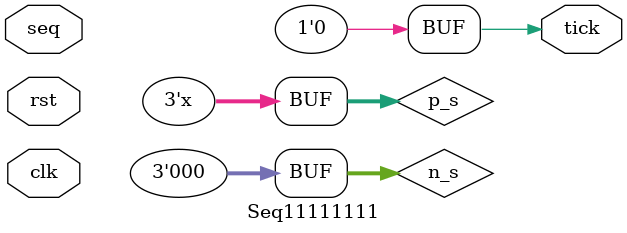
<source format=v>
module Seq11111111(
    input clk,rst,seq,
    output reg  tick
    );
localparam a=3'b000;
localparam b=3'b001;
localparam c=3'b010;
localparam d=3'b011;
localparam e=3'b100;
localparam f=3'b101;
localparam g=3'b110;
localparam h=3'b111;                                              
reg [2:0] p_s,n_s;
always @ (posedge clk,posedge rst)
begin
   if(rst) p_s=a;
else  p_s=n_s;
end
always @ *
   begin
     p_s=n_s;
     tick=1'b0;
     case(p_s)
       a:if(seq)  n_s=b;
         else n_s=a;
       b:if(seq)  n_s=c;
         else n_s=a;
       c:if(seq)  n_s=d;
         else n_s=a;
       d:if(seq)  n_s=e;
         else n_s=a;
       e:if(seq)  n_s=f;
         else n_s=a;
       f:if(seq)  n_s=g;
         else n_s=a;
       g:if(seq) n_s=h;  
       else  n_s=a; 
       h:if(seq)begin
		   tick=1'b1;  n_s=h;
			end
			else
			 n_s=a;
       default:begin
         tick=1'b0;   n_s=a;
        end
     endcase
   end 

endmodule

</source>
